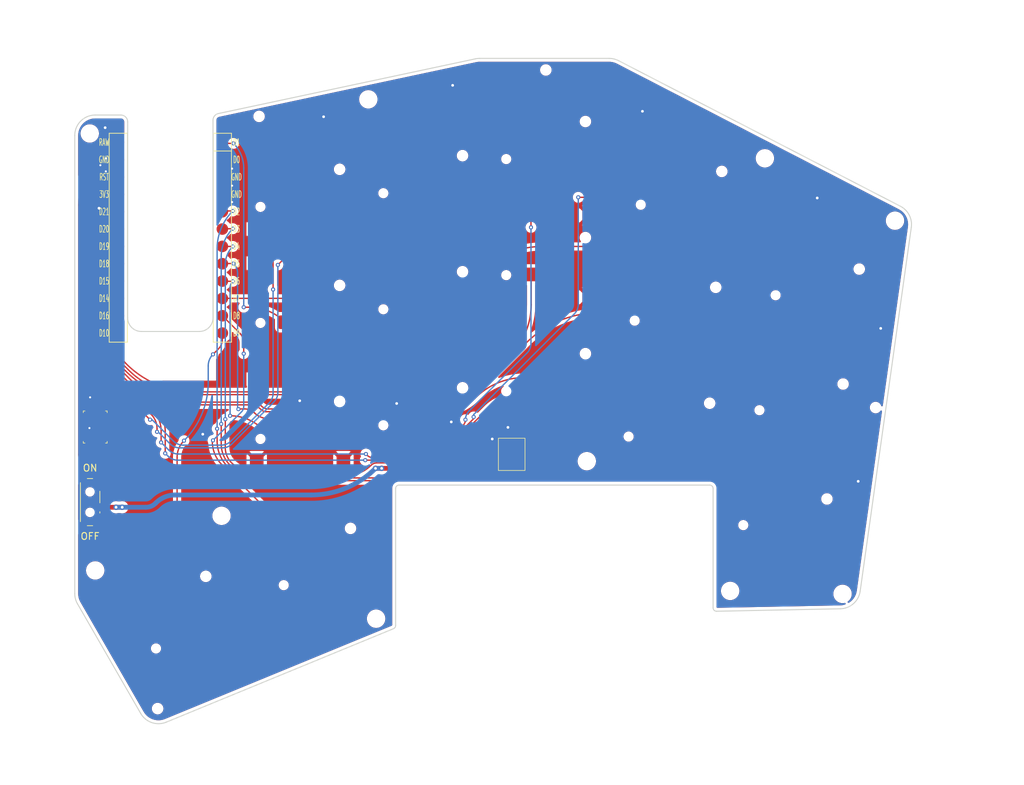
<source format=kicad_pcb>
(kicad_pcb (version 20241229) (generator "pcbnew") (generator_version "9.0")
  (title_block (title "slimsplaydy_right_unrouted") (date "2025-06-14") (rev "0.1") (company "huntercook"))
  (layers (0 "F.Cu" signal) (2 "B.Cu" signal) (13 "F.Paste" user) (15 "B.Paste" user) (5 "F.SilkS" user "F.Silkscreen") (7 "B.SilkS" user "B.Silkscreen") (1 "F.Mask" user) (3 "B.Mask" user) (25 "Edge.Cuts" user))
  (net 0 "")
  (net 1 "RAW")
  (net 2 "GND")
  (net 3 "RST")
  (net 5 "mirror_finger_inner_top")
  (net 6 "mirror_finger_index_top")
  (net 7 "mirror_finger_middle_top")
  (net 8 "mirror_finger_ring_top")
  (net 9 "mirror_finger_pinky_home")
  (net 10 "mirror_finger_ring_home")
  (net 11 "mirror_finger_middle_home")
  (net 12 "mirror_finger_index_home")
  (net 13 "mirror_finger_inner_home")
  (net 15 "mirror_finger_pinky_bottom")
  (net 16 "mirror_finger_ring_bottom")
  (net 17 "mirror_finger_middle_bottom")
  (net 18 "mirror_finger_index_bottom")
  (net 19 "mirror_finger_inner_bottom")
  (net 20 "mirror_finger_pinky_top")
  (net 21 "mirror_thumb_tucky_fan")
  (net 22 "mirror_thumb_reachy_fan")
  (net 24 "BAT_P")
  (footprint "Molex_Pico_EZMate_Plus_1x02" (layer "F.Cu") (at 184.94921 -8.450245)
    (property "Reference" "CONN1" (hide yes))
    (property "Value" "Battery Connector")
  )
  (footprint "PG1316S" (layer "F.Cu") (at 153.94921 -13.450245)
    (property "Reference" "S13" (hide yes))
    (property "Value" "PG1316S")
  )
  (footprint "ceoloide:mounting_hole_npth" (layer "F.Cu") (at 216.94921 11.549756)
    (property "Reference" "MH11" (hide yes))
    (property "Value" "")
  )
  (footprint "ceoloide:mounting_hole_npth" (layer "F.Cu") (at 238.255978 -15.303653 -8)
    (property "Reference" "MH2" (hide yes))
    (property "Value" "")
  )
  (footprint "PG1316S" (layer "F.Cu") (at 189.94921 -37.450245)
    (property "Reference" "S8" (hide yes))
    (property "Value" "PG1316S")
  )
  (footprint "ceoloide:power_switch_smd_side" (layer "F.Cu") (at 123.19921 -1.450245 180)
    (property "Reference" "PWR1" (hide yes))
    (property "Value" "Power SW")
  )
  (footprint "ceoloide:mounting_hole_npth" (layer "F.Cu") (at 123.14921 -55.450245)
    (property "Reference" "MH5" (hide yes))
    (property "Value" "")
  )
  (footprint "PG1316S" (layer "F.Cu") (at 227.36303 -16.834557 -8)
    (property "Reference" "S2" (hide yes))
    (property "Value" "PG1316S")
  )
  (footprint "PG1316S" (layer "F.Cu") (at 189.94921 -20.450245)
    (property "Reference" "S7" (hide yes))
    (property "Value" "PG1316S")
  )
  (footprint "ceoloide:mcu_nice_nano" (layer "F.Cu") (at 134.94921 -41.450245)
    (property "Reference" "MCU1" (hide yes))
    (property "Value" "nice_nano")
  )
  (footprint "PG1316S" (layer "F.Cu") (at 208.899689 -30.472188 -3)
    (property "Reference" "S5" (hide yes))
    (property "Value" "PG1316S")
  )
  (footprint "PG1316S" (layer "F.Cu") (at 208.009978 -13.495486 -3)
    (property "Reference" "S4" (hide yes))
    (property "Value" "PG1316S")
  )
  (footprint "ceoloide:mounting_hole_npth" (layer "F.Cu") (at 195.94921 -7.450245)
    (property "Reference" "MH10" (hide yes))
    (property "Value" "")
  )
  (footprint "PG1316S" (layer "F.Cu") (at 229.728972 -33.669114 -8)
    (property "Reference" "S3" (hide yes))
    (property "Value" "PG1316S")
  )
  (footprint "ceoloide:mounting_hole_npth" (layer "F.Cu") (at 189.94921 -64.750244)
    (property "Reference" "MH3" (hide yes))
    (property "Value" "")
  )
  (footprint "PG1316S" (layer "F.Cu") (at 136.498543 14.699368 30)
    (property "Reference" "S17" (hide yes))
    (property "Value" "PG1316S")
  )
  (footprint "ceoloide:mounting_hole_npth" (layer "F.Cu") (at 163.94921 -60.450245)
    (property "Reference" "MH15" (hide yes))
    (property "Value" "")
  )
  (footprint "ceoloide:mounting_hole_npth" (layer "F.Cu") (at 133.088289 28.792635 30)
    (property "Reference" "MH1" (hide yes))
    (property "Value" "")
  )
  (footprint "ceoloide:mounting_hole_npth" (layer "F.Cu") (at 134.94921 -21.450245)
    (property "Reference" "MH6" (hide yes))
    (property "Value" "")
  )
  (footprint "ceoloide:mounting_hole_npth" (layer "F.Cu") (at 142.44921 0.549755)
    (property "Reference" "MH7" (hide yes))
    (property "Value" "")
  )
  (footprint "PG1316S" (layer "F.Cu") (at 209.789401 -47.44889 -3)
    (property "Reference" "S6" (hide yes))
    (property "Value" "PG1316S")
  )
  (footprint "ceoloide:mounting_hole_npth" (layer "F.Cu") (at 222.034635 -51.814006 -3)
    (property "Reference" "MH14" (hide yes))
    (property "Value" "")
  )
  (footprint "ceoloide:mounting_hole_npth" (layer "F.Cu") (at 233.410615 11.987599 -8)
    (property "Reference" "MH12" (hide yes))
    (property "Value" "")
  )
  (footprint "PG1316S" (layer "F.Cu") (at 171.94921 -49.450245)
    (property "Reference" "S12" (hide yes))
    (property "Value" "PG1316S")
  )
  (footprint "PG1316S" (layer "F.Cu") (at 153.94921 -30.450245)
    (property "Reference" "S14" (hide yes))
    (property "Value" "PG1316S")
  )
  (footprint "PG1316S" (layer "F.Cu") (at 189.94921 -54.450245)
    (property "Reference" "S9" (hide yes))
    (property "Value" "PG1316S")
  )
  (footprint "ceoloide:reset_switch_smd_side" (layer "F.Cu") (at 123.94921 -12.450245 90)
    (property "Reference" "RST1" (hide yes))
    (property "Value" "Reset SW")
  )
  (footprint "PG1316S" (layer "F.Cu") (at 171.94921 -15.450245)
    (property "Reference" "S10" (hide yes))
    (property "Value" "PG1316S")
  )
  (footprint "ceoloide:mounting_hole_npth" (layer "F.Cu") (at 241.09297 -42.675198 -8)
    (property "Reference" "MH13" (hide yes))
    (property "Value" "")
  )
  (footprint "PG1316S" (layer "F.Cu") (at 156.44921 6.549755 15)
    (property "Reference" "S16" (hide yes))
    (property "Value" "PG1316S")
  )
  (footprint "PG1316S" (layer "F.Cu") (at 224.997087 0 -8)
    (property "Reference" "S1" (hide yes))
    (property "Value" "PG1316S")
  )
  (footprint "ceoloide:mounting_hole_npth" (layer "F.Cu") (at 147.94921 -57.950245)
    (property "Reference" "MH4" (hide yes))
    (property "Value" "")
  )
  (footprint "PG1316S" (layer "F.Cu") (at 171.94921 -32.450245)
    (property "Reference" "S11" (hide yes))
    (property "Value" "PG1316S")
  )
  (footprint "PG1316S" (layer "F.Cu") (at 153.94921 -47.450245)
    (property "Reference" "S15" (hide yes))
    (property "Value" "PG1316S")
  )
  (footprint "ceoloide:mounting_hole_npth" (layer "F.Cu") (at 123.94921 8.549755)
    (property "Reference" "MH8" (hide yes))
    (property "Value" "")
  )
  (footprint "ceoloide:mounting_hole_npth" (layer "F.Cu") (at 165.091775 15.622025 15)
    (property "Reference" "MH9" (hide yes))
    (property "Value" "")
  )
  (footprint "magsafe" (layer "B.Cu") (at 179.94921 -32.450245)
    (property "Reference" "MAG1" (hide yes))
    (property "Value" "")
  )
  (gr_line (start 139.19921 -26.450245) (end 130.69921 -26.450245) (stroke (width 0.15)) (layer "Edge.Cuts"))
  (gr_arc (start 241.887245 -44.788947) (mid 243.175361 -43.50138) (end 243.481324 -41.705976) (stroke (width 0.15)) (layer "Edge.Cuts"))
  (gr_line (start 134.35131 30.775903) (end 167.639419 17.082967) (stroke (width 0.15)) (layer "Edge.Cuts"))
  (gr_line (start 127.6992 -58.150245) (end 123.94921 -58.150245) (stroke (width 0.15)) (layer "Edge.Cuts"))
  (gr_line (start 141.19921 -28.450245) (end 141.2 -28.5) (stroke (width 0.15)) (layer "Edge.Cuts"))
  (gr_arc (start 134.35131 30.775902) (mid 132.241718 30.840849) (end 130.611384 29.500432) (stroke (width 0.15)) (layer "Edge.Cuts"))
  (gr_line (start 214.959153 14.529291) (end 233.080348 14.168844) (stroke (width 0.15)) (layer "Edge.Cuts"))
  (gr_line (start 121.350541 13.445516) (end 130.611384 29.500432) (stroke (width 0.15)) (layer "Edge.Cuts"))
  (gr_arc (start 127.6992 -58.150245) (mid 128.406326 -57.857351) (end 128.69921 -57.150245) (stroke (width 0.15)) (layer "Edge.Cuts"))
  (gr_arc (start 167.94921 -3.450245) (mid 168.095673 -3.803766) (end 168.44921 -3.950245) (stroke (width 0.15)) (layer "Edge.Cuts"))
  (gr_line (start 235.991491 11.586957) (end 243.481324 -41.705976) (stroke (width 0.15)) (layer "Edge.Cuts"))
  (gr_line (start 167.94921 -3.450245) (end 167.94921 16.62056) (stroke (width 0.15)) (layer "Edge.Cuts"))
  (gr_line (start 141.2 -57.3939) (end 141.2 -28.5) (stroke (width 0.15)) (layer "Edge.Cuts"))
  (gr_line (start 213.94921 -3.950245) (end 168.44921 -3.950245) (stroke (width 0.15)) (layer "Edge.Cuts"))
  (gr_arc (start 121.350541 13.445516) (mid 121.051268 12.722429) (end 120.94921 11.946544) (stroke (width 0.15)) (layer "Edge.Cuts"))
  (gr_line (start 214.44921 14.02939) (end 214.44921 -3.450245) (stroke (width 0.15)) (layer "Edge.Cuts"))
  (gr_arc (start 214.959153 14.529291) (mid 214.59919 14.386441) (end 214.44921 14.02939) (stroke (width 0.15)) (layer "Edge.Cuts"))
  (gr_arc (start 141.2 -57.3939) (mid 141.42279 -58.023242) (end 141.983401 -58.370341) (stroke (width 0.15)) (layer "Edge.Cuts"))
  (gr_arc (start 141.19921 -28.450245) (mid 140.61344 -27.035999) (end 139.19921 -26.450245) (stroke (width 0.15)) (layer "Edge.Cuts"))
  (gr_arc (start 199.2202 -66.450245) (mid 199.928595 -66.365409) (end 200.596924 -66.115696) (stroke (width 0.15)) (layer "Edge.Cuts"))
  (gr_arc (start 179.64043 -66.38453) (mid 179.950944 -66.433771) (end 180.264906 -66.450245) (stroke (width 0.15)) (layer "Edge.Cuts"))
  (gr_line (start 120.94921 -55.150245) (end 120.94921 11.946544) (stroke (width 0.15)) (layer "Edge.Cuts"))
  (gr_line (start 241.887245 -44.788947) (end 200.596924 -66.115696) (stroke (width 0.15)) (layer "Edge.Cuts"))
  (gr_arc (start 120.94921 -55.150245) (mid 121.827906 -57.271533) (end 123.94921 -58.150245) (stroke (width 0.15)) (layer "Edge.Cuts"))
  (gr_line (start 128.69921 -28.450245) (end 128.69921 -57.150245) (stroke (width 0.15)) (layer "Edge.Cuts"))
  (gr_arc (start 235.991491 11.586957) (mid 235.011269 13.413857) (end 233.080348 14.168844) (stroke (width 0.15)) (layer "Edge.Cuts"))
  (gr_line (start 199.2202 -66.450245) (end 180.264906 -66.450245) (stroke (width 0.15)) (layer "Edge.Cuts"))
  (gr_line (start 179.64043 -66.38453) (end 141.983401 -58.370341) (stroke (width 0.15)) (layer "Edge.Cuts"))
  (gr_arc (start 130.69921 -26.450245) (mid 129.285006 -27.036031) (end 128.69921 -28.450245) (stroke (width 0.15)) (layer "Edge.Cuts"))
  (gr_arc (start 167.94921 16.62056) (mid 167.86462 16.898873) (end 167.639419 17.082967) (stroke (width 0.15)) (layer "Edge.Cuts"))
  (gr_arc (start 213.94921 -3.950245) (mid 214.302773 -3.803798) (end 214.44921 -3.450245) (stroke (width 0.15)) (layer "Edge.Cuts"))
  (segment (start 123.214214 -7) (end 124.085786 -7) (width 0.7) (layer "F.Cu") (net 1))
  (segment (start 124.792893 -6.707107) (end 125.307107 -6.192893) (width 0.7) (layer "F.Cu") (net 1))
  (segment (start 125.6 -5.485786) (end 125.6 -4.780249) (width 0.7) (layer "F.Cu") (net 1))
  (segment (start 125.307107 -4.073142) (end 124.93421 -3.700245) (width 0.7) (layer "F.Cu") (net 1))
  (segment (start 127.32921 -54.150245) (end 126.778672 -54.150245) (width 0.7) (layer "F.Cu") (net 1))
  (segment (start 122.093103 -7.706897) (end 122.507107 -7.292893) (width 0.7) (layer "F.Cu") (net 1))
  (segment (start 121.80021 -44.959656) (end 121.80021 -8.414004) (width 0.7) (layer "F.Cu") (net 1))
  (arc (start 125.364458 -53.564458) (mid 122.726517 -49.61652) (end 121.80021 -44.959656) (width 0.7) (layer "F.Cu") (net 1))
  (arc (start 125.307107 -6.192893) (mid 125.52388 -5.86847) (end 125.6 -5.485786) (width 0.7) (layer "F.Cu") (net 1))
  (arc (start 125.6 -4.780249) (mid 125.52388 -4.397566) (end 125.307107 -4.073142) (width 0.7) (layer "F.Cu") (net 1))
  (arc (start 124.792893 -6.707107) (mid 124.46847 -6.92388) (end 124.085786 -7) (width 0.7) (layer "F.Cu") (net 1))
  (arc (start 122.093103 -7.706897) (mid 121.87633 -8.03132) (end 121.80021 -8.414004) (width 0.7) (layer "F.Cu") (net 1))
  (arc (start 122.507107 -7.292893) (mid 122.83153 -7.07612) (end 123.214214 -7) (width 0.7) (layer "F.Cu") (net 1))
  (arc (start 126.778672 -54.150245) (mid 126.013305 -53.998004) (end 125.364458 -53.564458) (width 0.7) (layer "F.Cu") (net 1))
  (via (at 125.5 -49.9) (size 0.6) (drill 0.3) (layers "F.Cu" "B.Cu") (net 2))
  (via (at 144 -47.8) (size 0.6) (drill 0.3) (layers "F.Cu" "B.Cu") (net 2))
  (via (at 168.1 -15.9) (size 0.8) (drill 0.4) (layers "F.Cu" "B.Cu") (net 2))
  (via (at 144 -45.4) (size 0.6) (drill 0.3) (layers "F.Cu" "B.Cu") (net 2))
  (via (at 184.4 -12.4) (size 0.8) (drill 0.4) (layers "F.Cu" "B.Cu") (net 2))
  (via (at 144 -50.3) (size 0.6) (drill 0.3) (layers "F.Cu" "B.Cu") (net 2))
  (via (at 125.4 -56.3) (size 0.8) (drill 0.4) (layers "F.Cu" "B.Cu") (net 2))
  (via (at 182.1 -10.7) (size 0.8) (drill 0.4) (layers "F.Cu" "B.Cu") (net 2))
  (via (at 239 -26.9) (size 0.8) (drill 0.4) (layers "F.Cu" "B.Cu") (net 2))
  (via (at 123.2 -16.8) (size 0.6) (drill 0.3) (layers "F.Cu" "B.Cu") (net 2))
  (via (at 229.7 -46) (size 0.8) (drill 0.4) (layers "F.Cu" "B.Cu") (net 2))
  (via (at 153.9 -16.3) (size 0.8) (drill 0.4) (layers "F.Cu" "B.Cu") (net 2))
  (via (at 125.5 -51.8) (size 0.6) (drill 0.3) (layers "F.Cu" "B.Cu") (net 2))
  (via (at 204.1 -58.7) (size 0.8) (drill 0.4) (layers "F.Cu" "B.Cu") (net 2))
  (via (at 157.4 -57.9) (size 0.8) (drill 0.4) (layers "F.Cu" "B.Cu") (net 2))
  (via (at 176.3 -62.5) (size 0.8) (drill 0.4) (layers "F.Cu" "B.Cu") (net 2))
  (via (at 123.1 -12.3) (size 0.6) (drill 0.3) (layers "F.Cu" "B.Cu") (net 2))
  (via (at 124.5 -44.5) (size 0.8) (drill 0.4) (layers "F.Cu" "B.Cu") (net 2))
  (via (at 139.7 -11.4) (size 0.8) (drill 0.4) (layers "F.Cu" "B.Cu") (net 2))
  (via (at 176.1 -13.2) (size 0.8) (drill 0.4) (layers "F.Cu" "B.Cu") (net 2))
  (via (at 235.7 -4.5) (size 0.8) (drill 0.4) (layers "F.Cu" "B.Cu") (net 2))
  (via (at 124.7 -50.8) (size 0.6) (drill 0.3) (layers "F.Cu" "B.Cu") (net 2))
  (segment (start 127.32921 -49.070245) (end 126.698663 -49.070245) (width 0.2) (layer "F.Cu") (net 3))
  (segment (start 124.79921 -15.195146) (end 124.79921 -15.075245) (width 0.2) (layer "F.Cu") (net 3))
  (segment (start 123.622783 -18.028427) (end 123.627637 -18.023573) (width 0.2) (layer "F.Cu") (net 3))
  (segment (start 124.79921 -9.825245) (end 124.79921 -15.075245) (width 0.2) (layer "F.Cu") (net 3))
  (segment (start 122.45121 -41.644376) (end 122.45121 -20.856853) (width 0.2) (layer "F.Cu") (net 3))
  (arc (start 124.79921 -15.195146) (mid 124.494728 -16.72588) (end 123.627637 -18.023573) (width 0.2) (layer "F.Cu") (net 3))
  (arc (start 122.45121 -20.856853) (mid 122.755699 -19.326104) (end 123.622783 -18.028427) (width 0.2) (layer "F.Cu") (net 3))
  (arc (start 122.45121 -41.644376) (mid 123.18755 -45.346208) (end 125.284458 -48.484458) (width 0.2) (layer "F.Cu") (net 3))
  (arc (start 126.698663 -49.070245) (mid 125.93331 -48.918008) (end 125.284458 -48.484458) (width 0.2) (layer "F.Cu") (net 3))
  (segment (start 150 -40.516969) (end 150 -32.6) (width 0.2) (layer "F.Cu") (net 5))
  (segment (start 122.85221 -33.181797) (end 122.85221 -24.762769) (width 0.2) (layer "F.Cu") (net 5))
  (segment (start 124.347726 -21.152274) (end 131.975102 -13.524898) (width 0.2) (layer "F.Cu") (net 5))
  (via (at 131.975102 -13.524898) (size 0.6) (drill 0.3) (layers "F.Cu" "B.Cu") (net 5))
  (via (at 150 -32.6) (size 0.6) (drill 0.3) (layers "F.Cu" "B.Cu") (net 5))
  (arc (start 122.85221 -24.762769) (mid 123.240882 -22.808783) (end 124.347726 -21.152274) (width 0.2) (layer "F.Cu") (net 5))
  (arc (start 150 -40.516969) (mid 150.461094 -42.835043) (end 151.77421 -44.800245) (width 0.2) (layer "F.Cu") (net 5))
  (arc (start 127.32921 -43.990245) (mid 124.015748 -39.031293) (end 122.85221 -33.181797) (width 0.2) (layer "F.Cu") (net 5))
  (segment (start 131.975102 -13.524898) (end 132.222478 -13.524898) (width 0.2) (layer "B.Cu") (net 5))
  (segment (start 150 -17.395527) (end 150 -32.6) (width 0.2) (layer "B.Cu") (net 5))
  (segment (start 132.273688 -13.473688) (end 132.326312 -13.473688) (width 0.2) (layer "B.Cu") (net 5))
  (segment (start 132.222478 -13.524898) (end 132.273688 -13.473688) (width 0.2) (layer "B.Cu") (net 5))
  (segment (start 136.827427 -9.801) (end 142.405473 -9.801) (width 0.2) (layer "B.Cu") (net 5))
  (segment (start 143.819687 -10.386787) (end 149.414214 -15.981314) (width 0.2) (layer "B.Cu") (net 5))
  (segment (start 132.326312 -13.473688) (end 135.413214 -10.386786) (width 0.2) (layer "B.Cu") (net 5))
  (arc (start 149.414214 -15.981314) (mid 149.847759 -16.63016) (end 150 -17.395527) (width 0.2) (layer "B.Cu") (net 5))
  (arc (start 135.413214 -10.386786) (mid 136.06206 -9.953241) (end 136.827427 -9.801) (width 0.2) (layer "B.Cu") (net 5))
  (arc (start 142.405473 -9.801) (mid 143.17084 -9.953241) (end 143.819687 -10.386787) (width 0.2) (layer "B.Cu") (net 5))
  (segment (start 169.77421 -46.800245) (end 168.860241 -47.714214) (width 0.2) (layer "F.Cu") (net 6))
  (segment (start 160.1 -45.6) (end 150.7 -36.2) (width 0.2) (layer "F.Cu") (net 6))
  (segment (start 167.446028 -48.3) (end 166.618356 -48.3) (width 0.2) (layer "F.Cu") (net 6))
  (segment (start 133 -12.24027) (end 133 -11.749) (width 0.2) (layer "F.Cu") (net 6))
  (segment (start 123.25321 -31.609961) (end 123.25321 -25.059502) (width 0.2) (layer "F.Cu") (net 6))
  (segment (start 124.570387 -21.879556) (end 132.144632 -14.305311) (width 0.2) (layer "F.Cu") (net 6))
  (via (at 150.7 -36.2) (size 0.6) (drill 0.3) (layers "F.Cu" "B.Cu") (net 6))
  (via (at 133 -11.749) (size 0.6) (drill 0.3) (layers "F.Cu" "B.Cu") (net 6))
  (arc (start 123.25321 -31.609961) (mid 124.312519 -36.935466) (end 127.32921 -41.450245) (width 0.2) (layer "F.Cu") (net 6))
  (arc (start 166.618356 -48.3) (mid 163.090655 -47.598297) (end 160.1 -45.6) (width 0.2) (layer "F.Cu") (net 6))
  (arc (start 123.25321 -25.059502) (mid 123.595533 -23.338528) (end 124.570387 -21.879556) (width 0.2) (layer "F.Cu") (net 6))
  (arc (start 167.446028 -48.3) (mid 168.211395 -48.147759) (end 168.860241 -47.714214) (width 0.2) (layer "F.Cu") (net 6))
  (arc (start 132.144632 -14.305311) (mid 132.777697 -13.357862) (end 133 -12.24027) (width 0.2) (layer "F.Cu") (net 6))
  (segment (start 150.7 -17.528427) (end 150.7 -36.2) (width 0.2) (layer "B.Cu") (net 6))
  (segment (start 133 -11.749) (end 133.149 -11.749) (width 0.2) (layer "B.Cu") (net 6))
  (segment (start 136.326427 -9.4) (end 142.571573 -9.4) (width 0.2) (layer "B.Cu") (net 6))
  (segment (start 143.985787 -9.985787) (end 150.114214 -16.114214) (width 0.2) (layer "B.Cu") (net 6))
  (segment (start 133.149 -11.749) (end 134.912214 -9.985786) (width 0.2) (layer "B.Cu") (net 6))
  (arc (start 150.114214 -16.114214) (mid 150.547759 -16.76306) (end 150.7 -17.528427) (width 0.2) (layer "B.Cu") (net 6))
  (arc (start 143.985787 -9.985787) (mid 143.33694 -9.552241) (end 142.571573 -9.4) (width 0.2) (layer "B.Cu") (net 6))
  (arc (start 134.912214 -9.985786) (mid 135.56106 -9.552241) (end 136.326427 -9.4) (width 0.2) (layer "B.Cu") (net 6))
  (segment (start 166.9329 -8.001) (end 164.513214 -8.001) (width 0.2) (layer "F.Cu") (net 7))
  (segment (start 163.806107 -8.293893) (end 163.6 -8.5) (width 0.2) (layer "F.Cu") (net 7))
  (segment (start 166.9339 -8.002) (end 166.9329 -8.001) (width 0.2) (layer "F.Cu") (net 7))
  (segment (start 177.835322 -12.702422) (end 176.775 -11.6421) (width 0.2) (layer "F.Cu") (net 7))
  (segment (start 187.77421 -41.7) (end 187.77421 -51.800245) (width 0.2) (layer "F.Cu") (net 7))
  (segment (start 123.701 -25.011274) (end 123.701 -30.151005) (width 0.2) (layer "F.Cu") (net 7))
  (segment (start 133.599 -10.199) (end 133.6 -10.2) (width 0.2) (layer "F.Cu") (net 7))
  (segment (start 132.3404 -14.927853) (end 124.722077 -22.546176) (width 0.2) (layer "F.Cu") (net 7))
  (segment (start 167.987022 -8.002) (end 166.9339 -8.002) (width 0.2) (layer "F.Cu") (net 7))
  (segment (start 133.6 -10.2) (end 133.6 -11.88691) (width 0.2) (layer "F.Cu") (net 7))
  (via (at 178.175735 -13.524265) (size 0.6) (drill 0.3) (layers "F.Cu" "B.Cu") (net 7))
  (via (at 133.599 -10.199) (size 0.6) (drill 0.3) (layers "F.Cu" "B.Cu") (net 7))
  (via (at 187.77421 -41.7) (size 0.6) (drill 0.3) (layers "F.Cu" "B.Cu") (net 7))
  (via (at 163.6 -8.5) (size 0.6) (drill 0.3) (layers "F.Cu" "B.Cu") (net 7))
  (arc (start 123.701 -30.151005) (mid 124.643935 -34.891458) (end 127.32921 -38.910245) (width 0.2) (layer "F.Cu") (net 7))
  (arc (start 176.775 -11.6421) (mid 172.743041 -8.948031) (end 167.987022 -8.002) (width 0.2) (layer "F.Cu") (net 7))
  (arc (start 164.513214 -8.001) (mid 164.130531 -8.07712) (end 163.806107 -8.293893) (width 0.2) (layer "F.Cu") (net 7))
  (arc (start 123.701 -25.011274) (mid 123.966369 -23.677173) (end 124.722077 -22.546176) (width 0.2) (layer "F.Cu") (net 7))
  (arc (start 177.835322 -12.702422) (mid 178.087264 -13.07948) (end 178.175735 -13.524265) (width 0.2) (layer "F.Cu") (net 7))
  (arc (start 133.6 -11.88691) (mid 133.272641 -13.532657) (end 132.3404 -14.927853) (width 0.2) (layer "F.Cu") (net 7))
  (segment (start 178.707033 -14.807033) (end 187.188424 -23.288424) (width 0.2) (layer "B.Cu") (net 7))
  (segment (start 136.126427 -8.5) (end 163.6 -8.5) (width 0.2) (layer "B.Cu") (net 7))
  (segment (start 187.77421 -24.702637) (end 187.77421 -41.7) (width 0.2) (layer "B.Cu") (net 7))
  (segment (start 133.599 -10.199) (end 134.712214 -9.085786) (width 0.2) (layer "B.Cu") (net 7))
  (arc (start 187.188424 -23.288424) (mid 187.621969 -23.93727) (end 187.77421 -24.702637) (width 0.2) (layer "B.Cu") (net 7))
  (arc (start 178.707033 -14.807033) (mid 178.313814 -14.21854) (end 178.175735 -13.524265) (width 0.2) (layer "B.Cu") (net 7))
  (arc (start 134.712214 -9.085786) (mid 135.36106 -8.652241) (end 136.126427 -8.5) (width 0.2) (layer "B.Cu") (net 7))
  (segment (start 168.462789 -7.601) (end 167.1 -7.601) (width 0.2) (layer "F.Cu") (net 8))
  (segment (start 134.2 -8.6) (end 134.2 -11.849453) (width 0.2) (layer "F.Cu") (net 8))
  (segment (start 204.621155 -46.1) (end 201.2 -46.1) (width 0.2) (layer "F.Cu") (net 8))
  (segment (start 124.102 -25.040825) (end 124.102 -28.579082) (width 0.2) (layer "F.Cu") (net 8))
  (segment (start 179.375735 -13.675735) (end 176.72213 -11.02213) (width 0.2) (layer "F.Cu") (net 8))
  (segment (start 132.937178 -14.898175) (end 125.026522 -22.808831) (width 0.2) (layer "F.Cu") (net 8))
  (segment (start 167.1 -7.601) (end 167.099 -7.6) (width 0.2) (layer "F.Cu") (net 8))
  (segment (start 179.375735 -13.924265) (end 179.375735 -13.675735) (width 0.2) (layer "F.Cu") (net 8))
  (segment (start 167.099 -7.6) (end 163.5 -7.6) (width 0.2) (layer "F.Cu") (net 8))
  (segment (start 201.2 -46.1) (end 194.7 -46.1) (width 0.2) (layer "F.Cu") (net 8))
  (via (at 163.5 -7.6) (size 0.6) (drill 0.3) (layers "F.Cu" "B.Cu") (net 8))
  (via (at 134.2 -8.6) (size 0.6) (drill 0.3) (layers "F.Cu" "B.Cu") (net 8))
  (via (at 194.7 -46.1) (size 0.6) (drill 0.3) (layers "F.Cu" "B.Cu") (net 8))
  (via (at 179.375735 -13.924265) (size 0.6) (drill 0.3) (layers "F.Cu" "B.Cu") (net 8))
  (arc (start 124.102 -28.579082) (mid 124.940722 -32.795625) (end 127.32921 -36.370245) (width 0.2) (layer "F.Cu") (net 8))
  (arc (start 176.72213 -11.02213) (mid 172.932712 -8.490122) (end 168.462789 -7.601) (width 0.2) (layer "F.Cu") (net 8))
  (arc (start 134.2 -11.849453) (mid 133.871803 -13.499409) (end 132.937178 -14.898175) (width 0.2) (layer "F.Cu") (net 8))
  (arc (start 204.621155 -46.1) (mid 206.167625 -45.792388) (end 207.478691 -44.916352) (width 0.2) (layer "F.Cu") (net 8))
  (arc (start 125.026522 -22.808831) (mid 124.342275 -23.832879) (end 124.102 -25.040825) (width 0.2) (layer "F.Cu") (net 8))
  (segment (start 134.2 -8.6) (end 134.614214 -8.185786) (width 0.2) (layer "B.Cu") (net 8))
  (segment (start 179.375735 -13.924265) (end 179.375735 -14.275735) (width 0.2) (layer "B.Cu") (net 8))
  (segment (start 179.375735 -14.275735) (end 194.114214 -29.014214) (width 0.2) (layer "B.Cu") (net 8))
  (segment (start 136.028427 -7.6) (end 163.5 -7.6) (width 0.2) (layer "B.Cu") (net 8))
  (segment (start 194.7 -30.428427) (end 194.7 -46.1) (width 0.2) (layer "B.Cu") (net 8))
  (arc (start 134.614214 -8.185786) (mid 135.26306 -7.752241) (end 136.028427 -7.6) (width 0.2) (layer "B.Cu") (net 8))
  (arc (start 194.114214 -29.014214) (mid 194.547759 -29.66306) (end 194.7 -30.428427) (width 0.2) (layer "B.Cu") (net 8))
  (segment (start 148.965157 -14.7) (end 174.77725 -14.7) (width 0.2) (layer "F.Cu") (net 9))
  (segment (start 221.445893 -17.907543) (end 224.840388 -14.513048) (width 0.2) (layer "F.Cu") (net 9))
  (segment (start 186.848192 -19.7) (end 192.17158 -19.7) (width 0.2) (layer "F.Cu") (net 9))
  (segment (start 124.503 -27.007212) (end 124.503 -25.245971) (width 0.2) (layer "F.Cu") (net 9))
  (segment (start 198.176902 -22.2) (end 211.082985 -22.2) (width 0.2) (layer "F.Cu") (net 9))
  (segment (start 193.585787 -20.285787) (end 193.607145 -20.307145) (width 0.2) (layer "F.Cu") (net 9))
  (segment (start 125.386156 -23.113844) (end 128.80569 -19.69431) (width 0.2) (layer "F.Cu") (net 9))
  (segment (start 138.448806 -15.7) (end 146.5511 -15.7) (width 0.2) (layer "F.Cu") (net 9))
  (arc (start 128.80569 -19.69431) (mid 133.229989 -16.738088) (end 138.448806 -15.7) (width 0.2) (layer "F.Cu") (net 9))
  (arc (start 211.082985 -22.2) (mid 216.69135 -21.084427) (end 221.445893 -17.907543) (width 0.2) (layer "F.Cu") (net 9))
  (arc (start 148.25805 -14.992893) (mid 148.582473 -14.77612) (end 148.965157 -14.7) (width 0.2) (layer "F.Cu") (net 9))
  (arc (start 124.503 -27.007212) (mid 125.2375 -30.699794) (end 127.32921 -33.830245) (width 0.2) (layer "F.Cu") (net 9))
  (arc (start 174.77725 -14.7) (mid 177.385131 -15.21874) (end 179.596031 -16.696032) (width 0.2) (layer "F.Cu") (net 9))
  (arc (start 125.386156 -23.113844) (mid 124.732525 -24.092072) (end 124.503 -25.245971) (width 0.2) (layer "F.Cu") (net 9))
  (arc (start 192.17158 -19.7) (mid 192.936931 -19.852236) (end 193.585787 -20.285787) (width 0.2) (layer "F.Cu") (net 9))
  (arc (start 198.176902 -22.2) (mid 195.703767 -21.708063) (end 193.607145 -20.307145) (width 0.2) (layer "F.Cu") (net 9))
  (arc (start 148.25805 -14.992893) (mid 147.474834 -15.516258) (end 146.5511 -15.7) (width 0.2) (layer "F.Cu") (net 9))
  (arc (start 186.848192 -19.7) (mid 182.923362 -18.9193) (end 179.596031 -16.696032) (width 0.2) (layer "F.Cu") (net 9))
  (segment (start 179.856902 -17.556902) (end 187.02808 -24.72808) (width 0.2) (layer "F.Cu") (net 10))
  (segment (start 125.803568 -23.263532) (end 128.402752 -20.664348) (width 0.2) (layer "F.Cu") (net 10))
  (segment (start 139.41965 -16.101) (end 146.888616 -16.101) (width 0.2) (layer "F.Cu") (net 10))
  (segment (start 149.302791 -15.101) (end 173.92783 -15.101) (width 0.2) (layer "F.Cu") (net 10))
  (segment (start 197.82425 -29.2) (end 203.546271 -29.2) (width 0.2) (layer "F.Cu") (net 10))
  (arc (start 179.856902 -17.556902) (mid 177.136621 -15.739268) (end 173.92783 -15.101) (width 0.2) (layer "F.Cu") (net 10))
  (arc (start 148.30283 -15.515213) (mid 147.653983 -15.948759) (end 146.888616 -16.101) (width 0.2) (layer "F.Cu") (net 10))
  (arc (start 148.30283 -15.515213) (mid 148.761631 -15.208643) (end 149.302791 -15.101) (width 0.2) (layer "F.Cu") (net 10))
  (arc (start 187.02808 -24.72808) (mid 191.981405 -28.037786) (end 197.82425 -29.2) (width 0.2) (layer "F.Cu") (net 10))
  (arc (start 124.904 -25.435315) (mid 125.534283 -28.603964) (end 127.32921 -31.290245) (width 0.2) (layer "F.Cu") (net 10))
  (arc (start 206.588979 -27.93965) (mid 205.192955 -28.872454) (end 203.546271 -29.2) (width 0.2) (layer "F.Cu") (net 10))
  (arc (start 124.904 -25.435315) (mid 125.13779 -24.259939) (end 125.803568 -23.263532) (width 0.2) (layer "F.Cu") (net 10))
  (arc (start 128.402752 -20.664348) (mid 133.457348 -17.286975) (end 139.41965 -16.101) (width 0.2) (layer "F.Cu") (net 10))
  (segment (start 127.32921 -28.750245) (end 126.20907 -27.630105) (width 0.2) (layer "F.Cu") (net 11))
  (segment (start 137.556339 -17.2) (end 177.231155 -17.2) (width 0.2) (layer "F.Cu") (net 11))
  (segment (start 187.8 -30.360003) (end 187.8 -34.774455) (width 0.2) (layer "F.Cu") (net 11))
  (segment (start 126.095634 -23.538566) (end 128.812301 -20.821899) (width 0.2) (layer "F.Cu") (net 11))
  (segment (start 180.136215 -18.403315) (end 184.76446 -23.03156) (width 0.2) (layer "F.Cu") (net 11))
  (segment (start 187.8 -34.774455) (end 187.77421 -34.800245) (width 0.2) (layer "F.Cu") (net 11))
  (arc (start 125.304982 -25.447446) (mid 125.510452 -24.414368) (end 126.095634 -23.538566) (width 0.2) (layer "F.Cu") (net 11))
  (arc (start 126.20907 -27.630105) (mid 125.539964 -26.628732) (end 125.304982 -25.447446) (width 0.2) (layer "F.Cu") (net 11))
  (arc (start 180.136215 -18.403315) (mid 178.803362 -17.512731) (end 177.231155 -17.2) (width 0.2) (layer "F.Cu") (net 11))
  (arc (start 137.556339 -17.2) (mid 132.8241 -18.141301) (end 128.812301 -20.821899) (width 0.2) (layer "F.Cu") (net 11))
  (arc (start 184.76446 -23.03156) (mid 187.011089 -26.393878) (end 187.8 -30.360003) (width 0.2) (layer "F.Cu") (net 11))
  (segment (start 138.397848 -17.601) (end 163.489948 -17.601) (width 0.2) (layer "F.Cu") (net 12))
  (segment (start 167.947292 -19.447292) (end 167.952712 -19.452712) (width 0.2) (layer "F.Cu") (net 12))
  (segment (start 169.77421 -23.850198) (end 169.77421 -29.800245) (width 0.2) (layer "F.Cu") (net 12))
  (segment (start 127.32921 -26.210245) (end 127.32921 -24.52894) (width 0.2) (layer "F.Cu") (net 12))
  (arc (start 167.952712 -19.452712) (mid 169.300818 -21.470296) (end 169.77421 -23.850198) (width 0.2) (layer "F.Cu") (net 12))
  (arc (start 127.32921 -24.52894) (mid 127.633686 -22.998222) (end 128.500783 -21.700517) (width 0.2) (layer "F.Cu") (net 12))
  (arc (start 167.947292 -19.447292) (mid 165.902245 -18.080835) (end 163.489948 -17.601) (width 0.2) (layer "F.Cu") (net 12))
  (arc (start 128.500783 -21.700517) (mid 133.041612 -18.666422) (end 138.397848 -17.601) (width 0.2) (layer "F.Cu") (net 12))
  (segment (start 144.2 -54) (end 142.719455 -54) (width 0.2) (layer "F.Cu") (net 13))
  (segment (start 146.463616 -30) (end 145.7 -30) (width 0.2) (layer "F.Cu") (net 13))
  (segment (start 142.719455 -54) (end 142.56921 -54.150245) (width 0.2) (layer "F.Cu") (net 13))
  (via (at 144.2 -54) (size 0.6) (drill 0.3) (layers "F.Cu" "B.Cu") (net 13))
  (via (at 145.7 -30) (size 0.6) (drill 0.3) (layers "F.Cu" "B.Cu") (net 13))
  (arc (start 151.77421 -27.800245) (mid 149.337656 -29.428319) (end 146.463616 -30) (width 0.2) (layer "F.Cu") (net 13))
  (segment (start 145.7 -30) (end 145.7 -50.378764) (width 0.2) (layer "B.Cu") (net 13))
  (arc (start 144.2 -54) (mid 145.310178 -52.338531) (end 145.7 -50.378764) (width 0.2) (layer "B.Cu") (net 13))
  (segment (start 141.8 -12.2) (end 141.8 -10.396858) (width 0.2) (layer "F.Cu") (net 15))
  (segment (start 142.678965 -44.1) (end 142.56921 -43.990245) (width 0.2) (layer "F.Cu") (net 15))
  (segment (start 144.1 -44.1) (end 142.678965 -44.1) (width 0.2) (layer "F.Cu") (net 15))
  (segment (start 217.096899 -3.103101) (end 222.474445 2.274445) (width 0.2) (layer "F.Cu") (net 15))
  (segment (start 222.474445 2.274445) (end 222.474445 2.321509) (width 0.2) (layer "F.Cu") (net 15))
  (segment (start 143.353413 -6.646587) (end 143.810188 -6.189812) (width 0.2) (layer "F.Cu") (net 15))
  (segment (start 147.648333 -4.6) (end 213.483065 -4.6) (width 0.2) (layer "F.Cu") (net 15))
  (via (at 141.8 -12.2) (size 0.6) (drill 0.3) (layers "F.Cu" "B.Cu") (net 15))
  (via (at 144.1 -44.1) (size 0.6) (drill 0.3) (layers "F.Cu" "B.Cu") (net 15))
  (arc (start 217.096899 -3.103101) (mid 215.438858 -4.210969) (end 213.483065 -4.6) (width 0.2) (layer "F.Cu") (net 15))
  (arc (start 143.810188 -6.189812) (mid 145.571144 -5.013179) (end 147.648333 -4.6) (width 0.2) (layer "F.Cu") (net 15))
  (arc (start 141.8 -10.396858) (mid 142.203719 -8.367226) (end 143.353413 -6.646587) (width 0.2) (layer "F.Cu") (net 15))
  (segment (start 141.8 -12.2) (end 141.8 -16.4) (width 0.2) (layer "B.Cu") (net 15))
  (segment (start 141.801 -16.401) (end 141.801 -38.549803) (width 0.2) (layer "B.Cu") (net 15))
  (segment (start 141.8 -16.4) (end 141.801 -16.401) (width 0.2) (layer "B.Cu") (net 15))
  (arc (start 144.1 -44.1) (mid 142.398476 -41.553518) (end 141.801 -38.549803) (width 0.2) (layer "B.Cu") (net 15))
  (segment (start 142.618965 -41.5) (end 142.56921 -41.450245) (width 0.2) (layer "F.Cu") (net 16))
  (segment (start 144.1 -41.5) (end 142.618965 -41.5) (width 0.2) (layer "F.Cu") (net 16))
  (segment (start 143.693903 -6.873197) (end 143.867001 -6.700099) (width 0.2) (layer "F.Cu") (net 16))
  (segment (start 147.96899 -5.001) (end 202.251817 -5.001) (width 0.2) (layer "F.Cu") (net 16))
  (segment (start 205.699268 -9.058821) (end 205.699268 -10.962948) (width 0.2) (layer "F.Cu") (net 16))
  (segment (start 142.4 -12.9) (end 142.4 -9.996955) (width 0.2) (layer "F.Cu") (net 16))
  (via (at 144.1 -41.5) (size 0.6) (drill 0.3) (layers "F.Cu" "B.Cu") (net 16))
  (via (at 142.4 -12.9) (size 0.6) (drill 0.3) (layers "F.Cu" "B.Cu") (net 16))
  (arc (start 147.96899 -5.001) (mid 145.74901 -5.442582) (end 143.867001 -6.700099) (width 0.2) (layer "F.Cu") (net 16))
  (arc (start 142.4 -9.996955) (mid 142.736274 -8.306389) (end 143.693903 -6.873197) (width 0.2) (layer "F.Cu") (net 16))
  (arc (start 202.251817 -5.001) (mid 203.405911 -5.230564) (end 204.384366 -5.884366) (width 0.2) (layer "F.Cu") (net 16))
  (arc (start 205.699268 -9.058821) (mid 205.357536 -7.340818) (end 204.384366 -5.884366) (width 0.2) (layer "F.Cu") (net 16))
  (segment (start 142.4 -12.9) (end 142.4 -19.9) (width 0.2) (layer "B.Cu") (net 16))
  (segment (start 142.402 -19.902) (end 142.402 -37.400752) (width 0.2) (layer "B.Cu") (net 16))
  (segment (start 142.4 -19.9) (end 142.402 -19.902) (width 0.2) (layer "B.Cu") (net 16))
  (arc (start 142.402 -37.400752) (mid 142.84328 -39.619215) (end 144.1 -41.5) (width 0.2) (layer "B.Cu") (net 16))
  (segment (start 176.539642 -10.239642) (end 181.359764 -15.059764) (width 0.2) (layer "F.Cu") (net 17))
  (segment (start 143 -13.6) (end 143 -9.42278) (width 0.2) (layer "F.Cu") (net 17))
  (segment (start 144.1 -38.9) (end 142.579455 -38.9) (width 0.2) (layer "F.Cu") (net 17))
  (segment (start 148.307362 -5.402) (end 160.865726 -5.402) (width 0.2) (layer "F.Cu") (net 17))
  (segment (start 165.206455 -7.2) (end 169.201297 -7.2) (width 0.2) (layer "F.Cu") (net 17))
  (segment (start 142.579455 -38.9) (end 142.56921 -38.910245) (width 0.2) (layer "F.Cu") (net 17))
  (segment (start 186.773965 -16.8) (end 187.77421 -17.800245) (width 0.2) (layer "F.Cu") (net 17))
  (segment (start 185.561066 -16.8) (end 186.773965 -16.8) (width 0.2) (layer "F.Cu") (net 17))
  (via (at 143 -13.6) (size 0.6) (drill 0.3) (layers "F.Cu" "B.Cu") (net 17))
  (via (at 144.1 -38.9) (size 0.6) (drill 0.3) (layers "F.Cu" "B.Cu") (net 17))
  (arc (start 185.561066 -16.8) (mid 183.287338 -16.347727) (end 181.359764 -15.059764) (width 0.2) (layer "F.Cu") (net 17))
  (arc (start 169.201297 -7.2) (mid 173.172781 -7.989977) (end 176.539642 -10.239642) (width 0.2) (layer "F.Cu") (net 17))
  (arc (start 143.91126 -7.22294) (mid 143.236821 -8.232247) (end 143 -9.42278) (width 0.2) (layer "F.Cu") (net 17))
  (arc (start 164.34189 -6.84189) (mid 162.746998 -5.776208) (end 160.865726 -5.402) (width 0.2) (layer "F.Cu") (net 17))
  (arc (start 164.34189 -6.84189) (mid 164.738576 -7.106938) (end 165.206455 -7.2) (width 0.2) (layer "F.Cu") (net 17))
  (arc (start 143.91126 -7.22294) (mid 145.928223 -5.87524) (end 148.307362 -5.402) (width 0.2) (layer "F.Cu") (net 17))
  (segment (start 143 -13.6) (end 143 -36.244357) (width 0.2) (layer "B.Cu") (net 17))
  (arc (start 144.1 -38.9) (mid 143.285883 -37.681584) (end 143 -36.244357) (width 0.2) (layer "B.Cu") (net 17))
  (segment (start 168.874455 -13.7) (end 169.77421 -12.800245) (width 0.2) (layer "F.Cu") (net 18))
  (segment (start 144.95147 -15.1) (end 145.871573 -15.1) (width 0.2) (layer "F.Cu") (net 18))
  (segment (start 142.598965 -36.4) (end 142.56921 -36.370245) (width 0.2) (layer "F.Cu") (net 18))
  (segment (start 149.251353 -13.7) (end 168.874455 -13.7) (width 0.2) (layer "F.Cu") (net 18))
  (segment (start 144.925735 -15.074265) (end 144.95147 -15.1) (width 0.2) (layer "F.Cu") (net 18))
  (segment (start 144.2 -36.4) (end 142.598965 -36.4) (width 0.2) (layer "F.Cu") (net 18))
  (via (at 144.925735 -15.074265) (size 0.6) (drill 0.3) (layers "F.Cu" "B.Cu") (net 18))
  (via (at 144.2 -36.4) (size 0.6) (drill 0.3) (layers "F.Cu" "B.Cu") (net 18))
  (arc (start 145.871573 -15.1) (mid 146.63694 -14.947759) (end 147.285787 -14.514213) (width 0.2) (layer "F.Cu") (net 18))
  (arc (start 147.285787 -14.514213) (mid 148.187642 -13.911585) (end 149.251353 -13.7) (width 0.2) (layer "F.Cu") (net 18))
  (segment (start 144.925735 -15.074265) (end 144.8 -15.2) (width 0.2) (layer "B.Cu") (net 18))
  (segment (start 144.8 -15.2) (end 144.8 -34.971533) (width 0.2) (layer "B.Cu") (net 18))
  (segment (start 144.214213 -36.385787) (end 144.2 -36.4) (width 0.2) (layer "B.Cu") (net 18))
  (arc (start 144.214213 -36.385787) (mid 144.647755 -35.736928) (end 144.8 -34.971533) (width 0.2) (layer "B.Cu") (net 18))
  (segment (start 142.599455 -33.8) (end 142.56921 -33.830245) (width 0.2) (layer "F.Cu") (net 19))
  (segment (start 144.1 -33.8) (end 142.599455 -33.8) (width 0.2) (layer "F.Cu") (net 19))
  (segment (start 151.666281 -10.800245) (end 151.77421 -10.800245) (width 0.2) (layer "F.Cu") (net 19))
  (via (at 144.1 -33.8) (size 0.6) (drill 0.3) (layers "F.Cu" "B.Cu") (net 19))
  (via (at 143.7 -14.1) (size 0.6) (drill 0.3) (layers "F.Cu" "B.Cu") (net 19))
  (arc (start 143.7 -14.1) (mid 146.286867 -13.585452) (end 148.479856 -12.120144) (width 0.2) (layer "F.Cu") (net 19))
  (arc (start 148.479856 -12.120144) (mid 149.941835 -11.143259) (end 151.666281 -10.800245) (width 0.2) (layer "F.Cu") (net 19))
  (segment (start 143.7 -14.1) (end 143.7 -32.83451) (width 0.2) (layer "B.Cu") (net 19))
  (arc (start 144.1 -33.8) (mid 143.803949 -33.357021) (end 143.7 -32.83451) (width 0.2) (layer "B.Cu") (net 19))
  (segment (start 142.56921 -31.290245) (end 142.578965 -31.3) (width 0.2) (layer "F.Cu") (net 20))
  (segment (start 180.220635 -35.020635) (end 180.316595 -35.116595) (width 0.2) (layer "F.Cu") (net 20))
  (segment (start 189.450541 -38.9) (end 212.744939 -38.9) (width 0.2) (layer "F.Cu") (net 20))
  (segment (start 166.079613 -33.6) (end 176.790918 -33.6) (width 0.2) (layer "F.Cu") (net 20))
  (segment (start 142.578965 -31.3) (end 160.526957 -31.3) (width 0.2) (layer "F.Cu") (net 20))
  (segment (start 222.569442 -34.830558) (end 225.236551 -32.163449) (width 0.2) (layer "F.Cu") (net 20))
  (arc (start 160.526957 -31.3) (mid 161.887902 -31.570715) (end 163.041647 -32.341647) (width 0.2) (layer "F.Cu") (net 20))
  (arc (start 163.041647 -32.341647) (mid 164.435463 -33.272958) (end 166.079613 -33.6) (width 0.2) (layer "F.Cu") (net 20))
  (arc (start 212.744939 -38.9) (mid 218.061922 -37.842386) (end 222.569442 -34.830558) (width 0.2) (layer "F.Cu") (net 20))
  (arc (start 189.450541 -38.9) (mid 184.507285 -37.916725) (end 180.316595 -35.116595) (width 0.2) (layer "F.Cu") (net 20))
  (arc (start 180.220635 -35.020635) (mid 178.647067 -33.969211) (end 176.790918 -33.6) (width 0.2) (layer "F.Cu") (net 20))
  (arc (start 225.236551 -32.163449) (mid 226.140221 -31.559636) (end 227.20633 -31.347605) (width 0.2) (layer "F.Cu") (net 20))
  (segment (start 145.7 -24.791028) (end 145.7 -23.2) (width 0.2) (layer "F.Cu") (net 21))
  (segment (start 142.56921 -28.750245) (end 145.114214 -26.205241) (width 0.2) (layer "F.Cu") (net 21))
  (segment (start 141.1 -10.4) (end 141.1 -10.347238) (width 0.2) (layer "F.Cu") (net 21))
  (segment (start 141.2 -10.5) (end 141.1 -10.4) (width 0.2) (layer "F.Cu") (net 21))
  (segment (start 142.52435 -6.90855) (end 152.155555 2.722655) (width 0.2) (layer "F.Cu") (net 21))
  (via (at 141.2 -10.5) (size 0.6) (drill 0.3) (layers "F.Cu" "B.Cu") (net 21))
  (via (at 145.7 -23.2) (size 0.6) (drill 0.3) (layers "F.Cu" "B.Cu") (net 21))
  (arc (start 152.155555 2.722655) (mid 154.286059 5.911179) (end 155.034192 9.67239) (width 0.2) (layer "F.Cu") (net 21))
  (arc (start 142.52435 -6.90855) (mid 141.470176 -8.486234) (end 141.1 -10.347238) (width 0.2) (layer "F.Cu") (net 21))
  (arc (start 145.114214 -26.205241) (mid 145.547759 -25.556395) (end 145.7 -24.791028) (width 0.2) (layer "F.Cu") (net 21))
  (segment (start 145.7 -15.485662) (end 145.7 -23.2) (width 0.2) (layer "B.Cu") (net 21))
  (segment (start 141.2 -10.5) (end 145.356585 -14.656585) (width 0.2) (layer "B.Cu") (net 21))
  (arc (start 145.356585 -14.656585) (mid 145.610749 -15.036969) (end 145.7 -15.485662) (width 0.2) (layer "B.Cu") (net 21))
  (segment (start 135.939938 -8.01153) (end 135.939938 18.081835) (width 0.2) (layer "F.Cu") (net 22))
  (segment (start 142.56921 -25.297637) (end 142.56921 -26.210245) (width 0.2) (layer "F.Cu") (net 22))
  (segment (start 141.2 -23.1) (end 141.983424 -23.883424) (width 0.2) (layer "F.Cu") (net 22))
  (via (at 136.95 -10.45) (size 0.6) (drill 0.3) (layers "F.Cu" "B.Cu") (net 22))
  (via (at 141.2 -23.1) (size 0.6) (drill 0.3) (layers "F.Cu" "B.Cu") (net 22))
  (arc (start 135.939938 -8.01153) (mid 136.202451 -9.331239) (end 136.95 -10.45) (width 0.2) (layer "F.Cu") (net 22))
  (arc (start 142.56921 -25.297637) (mid 142.416969 -24.53227) (end 141.983424 -23.883424) (width 0.2) (layer "F.Cu") (net 22))
  (segment (start 140.5 -19.020346) (end 140.5 -21.410054) (width 0.2) (layer "B.Cu") (net 22))
  (arc (start 136.95 -10.45) (mid 139.577407 -14.382152) (end 140.5 -19.020346) (width 0.2) (layer "B.Cu") (net 22))
  (arc (start 141.2 -23.1) (mid 140.681924 -22.324645) (end 140.5 -21.410054) (width 0.2) (layer "B.Cu") (net 22))
  (segment (start 179.4 -6.4) (end 165.9 -6.4) (width 0.7) (layer "F.Cu") (net 24))
  (segment (start 185.44921 -10.690245) (end 185.44921 -10.177674) (width 0.7) (layer "F.Cu") (net 24))
  (segment (start 127.9 -0.7) (end 127 -0.7) (width 0.7) (layer "F.Cu") (net 24))
  (segment (start 124.934455 -0.7) (end 124.93421 -0.700245) (width 0.7) (layer "F.Cu") (net 24))
  (segment (start 184.8 -8.7) (end 184.3 -8.2) (width 0.7) (layer "F.Cu") (net 24))
  (segment (start 165.9 -6.4) (end 165 -6.4) (width 0.7) (layer "F.Cu") (net 24))
  (segment (start 127 -0.7) (end 124.934455 -0.7) (width 0.7) (layer "F.Cu") (net 24))
  (segment (start 184.3 -8.2) (end 184.0171 -8.2) (width 0.7) (layer "F.Cu") (net 24))
  (segment (start 179.671573 -6.4) (end 179.4 -6.4) (width 0.7) (layer "F.Cu") (net 24))
  (segment (start 184.863423 -8.763423) (end 184.8 -8.7) (width 0.7) (layer "F.Cu") (net 24))
  (via (at 127.9 -0.7) (size 0.8) (drill 0.4) (layers "F.Cu" "B.Cu") (net 24))
  (via (at 165.9 -6.4) (size 0.8) (drill 0.4) (layers "F.Cu" "B.Cu") (net 24))
  (via (at 127 -0.7) (size 0.8) (drill 0.4) (layers "F.Cu" "B.Cu") (net 24))
  (via (at 165 -6.4) (size 0.8) (drill 0.4) (layers "F.Cu" "B.Cu") (net 24))
  (arc (start 181.085786 -6.985786) (mid 182.430706 -7.884446) (end 184.0171 -8.2) (width 0.7) (layer "F.Cu") (net 24))
  (arc (start 185.44921 -10.177674) (mid 185.296969 -9.412288) (end 184.863423 -8.763423) (width 0.7) (layer "F.Cu") (net 24))
  (arc (start 181.085786 -6.985786) (mid 180.43694 -6.552241) (end 179.671573 -6.4) (width 0.7) (layer "F.Cu") (net 24))
  (segment (start 132.828427 -1.328427) (end 132.785786 -1.285786) (width 0.7) (layer "B.Cu") (net 24))
  (segment (start 165.9 -6.4) (end 165 -6.4) (width 0.7) (layer "B.Cu") (net 24))
  (segment (start 127.9 -0.7) (end 127 -0.7) (width 0.7) (layer "B.Cu") (net 24))
  (segment (start 155.584682 -2.5) (end 135.6568 -2.5) (width 0.7) (layer "B.Cu") (net 24))
  (segment (start 131.371562 -0.7) (end 127.9 -0.7) (width 0.7) (layer "B.Cu") (net 24))
  (arc (start 132.828427 -1.328427) (mid 134.126102 -2.195523) (end 135.6568 -2.5) (width 0.7) (layer "B.Cu") (net 24))
  (arc (start 132.785786 -1.285786) (mid 132.136929 -0.852238) (end 131.371562 -0.7) (width 0.7) (layer "B.Cu") (net 24))
  (arc (start 165 -6.4) (mid 160.68017 -3.513555) (end 155.584682 -2.5) (width 0.7) (layer "B.Cu") (net 24))
  (zone (net 2) (net_name "GND") (layer "F.Cu") (priority 1) (connect_pads (clearance 0.5)) (min_thickness 0.25) (fill yes (thermal_gap 0.5) (thermal_bridge_width 0.5))
    (polygon (pts (xy 110 40) (xy 110 -75) (xy 260 -75) (xy 260 40)))
  )
  (zone (net 0) (net_name "") (layers "F.Cu" "B.Cu" "F.SilkS") (connect_pads (clearance 0)) (min_thickness 0.25)
    (keepout (tracks allowed) (vias allowed) (pads allowed) (copperpour not_allowed) (footprints allowed))
    (fill (thermal_gap 0.5) (thermal_bridge_width 0.5))
    (polygon (pts (xy 141.619134 -28.046194) (xy 141.646194 -28.019134) (xy 141.65 -28) (xy 141.65 -19.3) (xy 141.646194 -19.280866) (xy 141.619134 -19.253806) (xy 141.6 -19.25) (xy 128.3 -19.25) (xy 128.280866 -19.253806) (xy 128.253806 -19.280866) (xy 128.25 -19.3) (xy 128.25 -28) (xy 128.253806 -28.019134) (xy 128.280866 -28.046194) (xy 128.3 -28.05) (xy 141.6 -28.05)))
    (polygon (pts (xy 128.35 -19.35) (xy 141.55 -19.35) (xy 141.55 -27.95) (xy 128.35 -27.95)))
  )
  (zone (net 2) (net_name "GND") (layer "B.Cu") (connect_pads (clearance 0.5)) (min_thickness 0.25) (fill yes (thermal_gap 0.5) (thermal_bridge_width 0.5))
    (polygon (pts (xy 260 -75) (xy 260 40) (xy 110 40) (xy 110 -75)))
  )
)
</source>
